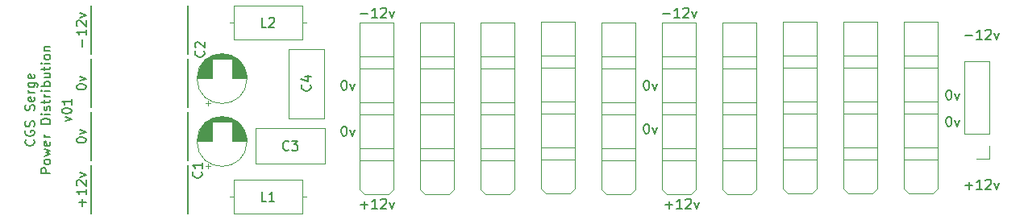
<source format=gto>
%TF.GenerationSoftware,KiCad,Pcbnew,(5.1.8-0-10_14)*%
%TF.CreationDate,2021-01-31T16:02:45+00:00*%
%TF.ProjectId,cgs-power-distrib,6367732d-706f-4776-9572-2d6469737472,v01*%
%TF.SameCoordinates,Original*%
%TF.FileFunction,Legend,Top*%
%TF.FilePolarity,Positive*%
%FSLAX46Y46*%
G04 Gerber Fmt 4.6, Leading zero omitted, Abs format (unit mm)*
G04 Created by KiCad (PCBNEW (5.1.8-0-10_14)) date 2021-01-31 16:02:45*
%MOMM*%
%LPD*%
G01*
G04 APERTURE LIST*
%ADD10C,0.150000*%
%ADD11C,0.120000*%
%ADD12C,0.203200*%
G04 APERTURE END LIST*
D10*
X110021714Y-90090476D02*
X110688380Y-89852380D01*
X110021714Y-89614285D01*
X109688380Y-89042857D02*
X109688380Y-88947619D01*
X109736000Y-88852380D01*
X109783619Y-88804761D01*
X109878857Y-88757142D01*
X110069333Y-88709523D01*
X110307428Y-88709523D01*
X110497904Y-88757142D01*
X110593142Y-88804761D01*
X110640761Y-88852380D01*
X110688380Y-88947619D01*
X110688380Y-89042857D01*
X110640761Y-89138095D01*
X110593142Y-89185714D01*
X110497904Y-89233333D01*
X110307428Y-89280952D01*
X110069333Y-89280952D01*
X109878857Y-89233333D01*
X109783619Y-89185714D01*
X109736000Y-89138095D01*
X109688380Y-89042857D01*
X110688380Y-87757142D02*
X110688380Y-88328571D01*
X110688380Y-88042857D02*
X109688380Y-88042857D01*
X109831238Y-88138095D01*
X109926476Y-88233333D01*
X109974095Y-88328571D01*
X106720142Y-92042857D02*
X106767761Y-92090476D01*
X106815380Y-92233333D01*
X106815380Y-92328571D01*
X106767761Y-92471428D01*
X106672523Y-92566666D01*
X106577285Y-92614285D01*
X106386809Y-92661904D01*
X106243952Y-92661904D01*
X106053476Y-92614285D01*
X105958238Y-92566666D01*
X105863000Y-92471428D01*
X105815380Y-92328571D01*
X105815380Y-92233333D01*
X105863000Y-92090476D01*
X105910619Y-92042857D01*
X105863000Y-91090476D02*
X105815380Y-91185714D01*
X105815380Y-91328571D01*
X105863000Y-91471428D01*
X105958238Y-91566666D01*
X106053476Y-91614285D01*
X106243952Y-91661904D01*
X106386809Y-91661904D01*
X106577285Y-91614285D01*
X106672523Y-91566666D01*
X106767761Y-91471428D01*
X106815380Y-91328571D01*
X106815380Y-91233333D01*
X106767761Y-91090476D01*
X106720142Y-91042857D01*
X106386809Y-91042857D01*
X106386809Y-91233333D01*
X106767761Y-90661904D02*
X106815380Y-90519047D01*
X106815380Y-90280952D01*
X106767761Y-90185714D01*
X106720142Y-90138095D01*
X106624904Y-90090476D01*
X106529666Y-90090476D01*
X106434428Y-90138095D01*
X106386809Y-90185714D01*
X106339190Y-90280952D01*
X106291571Y-90471428D01*
X106243952Y-90566666D01*
X106196333Y-90614285D01*
X106101095Y-90661904D01*
X106005857Y-90661904D01*
X105910619Y-90614285D01*
X105863000Y-90566666D01*
X105815380Y-90471428D01*
X105815380Y-90233333D01*
X105863000Y-90090476D01*
X106767761Y-88947619D02*
X106815380Y-88804761D01*
X106815380Y-88566666D01*
X106767761Y-88471428D01*
X106720142Y-88423809D01*
X106624904Y-88376190D01*
X106529666Y-88376190D01*
X106434428Y-88423809D01*
X106386809Y-88471428D01*
X106339190Y-88566666D01*
X106291571Y-88757142D01*
X106243952Y-88852380D01*
X106196333Y-88900000D01*
X106101095Y-88947619D01*
X106005857Y-88947619D01*
X105910619Y-88900000D01*
X105863000Y-88852380D01*
X105815380Y-88757142D01*
X105815380Y-88519047D01*
X105863000Y-88376190D01*
X106767761Y-87566666D02*
X106815380Y-87661904D01*
X106815380Y-87852380D01*
X106767761Y-87947619D01*
X106672523Y-87995238D01*
X106291571Y-87995238D01*
X106196333Y-87947619D01*
X106148714Y-87852380D01*
X106148714Y-87661904D01*
X106196333Y-87566666D01*
X106291571Y-87519047D01*
X106386809Y-87519047D01*
X106482047Y-87995238D01*
X106815380Y-87090476D02*
X106148714Y-87090476D01*
X106339190Y-87090476D02*
X106243952Y-87042857D01*
X106196333Y-86995238D01*
X106148714Y-86900000D01*
X106148714Y-86804761D01*
X106148714Y-86042857D02*
X106958238Y-86042857D01*
X107053476Y-86090476D01*
X107101095Y-86138095D01*
X107148714Y-86233333D01*
X107148714Y-86376190D01*
X107101095Y-86471428D01*
X106767761Y-86042857D02*
X106815380Y-86138095D01*
X106815380Y-86328571D01*
X106767761Y-86423809D01*
X106720142Y-86471428D01*
X106624904Y-86519047D01*
X106339190Y-86519047D01*
X106243952Y-86471428D01*
X106196333Y-86423809D01*
X106148714Y-86328571D01*
X106148714Y-86138095D01*
X106196333Y-86042857D01*
X106767761Y-85185714D02*
X106815380Y-85280952D01*
X106815380Y-85471428D01*
X106767761Y-85566666D01*
X106672523Y-85614285D01*
X106291571Y-85614285D01*
X106196333Y-85566666D01*
X106148714Y-85471428D01*
X106148714Y-85280952D01*
X106196333Y-85185714D01*
X106291571Y-85138095D01*
X106386809Y-85138095D01*
X106482047Y-85614285D01*
X108465380Y-95566666D02*
X107465380Y-95566666D01*
X107465380Y-95185714D01*
X107513000Y-95090476D01*
X107560619Y-95042857D01*
X107655857Y-94995238D01*
X107798714Y-94995238D01*
X107893952Y-95042857D01*
X107941571Y-95090476D01*
X107989190Y-95185714D01*
X107989190Y-95566666D01*
X108465380Y-94423809D02*
X108417761Y-94519047D01*
X108370142Y-94566666D01*
X108274904Y-94614285D01*
X107989190Y-94614285D01*
X107893952Y-94566666D01*
X107846333Y-94519047D01*
X107798714Y-94423809D01*
X107798714Y-94280952D01*
X107846333Y-94185714D01*
X107893952Y-94138095D01*
X107989190Y-94090476D01*
X108274904Y-94090476D01*
X108370142Y-94138095D01*
X108417761Y-94185714D01*
X108465380Y-94280952D01*
X108465380Y-94423809D01*
X107798714Y-93757142D02*
X108465380Y-93566666D01*
X107989190Y-93376190D01*
X108465380Y-93185714D01*
X107798714Y-92995238D01*
X108417761Y-92233333D02*
X108465380Y-92328571D01*
X108465380Y-92519047D01*
X108417761Y-92614285D01*
X108322523Y-92661904D01*
X107941571Y-92661904D01*
X107846333Y-92614285D01*
X107798714Y-92519047D01*
X107798714Y-92328571D01*
X107846333Y-92233333D01*
X107941571Y-92185714D01*
X108036809Y-92185714D01*
X108132047Y-92661904D01*
X108465380Y-91757142D02*
X107798714Y-91757142D01*
X107989190Y-91757142D02*
X107893952Y-91709523D01*
X107846333Y-91661904D01*
X107798714Y-91566666D01*
X107798714Y-91471428D01*
X108465380Y-90376190D02*
X107465380Y-90376190D01*
X107465380Y-90138095D01*
X107513000Y-89995238D01*
X107608238Y-89900000D01*
X107703476Y-89852380D01*
X107893952Y-89804761D01*
X108036809Y-89804761D01*
X108227285Y-89852380D01*
X108322523Y-89900000D01*
X108417761Y-89995238D01*
X108465380Y-90138095D01*
X108465380Y-90376190D01*
X108465380Y-89376190D02*
X107798714Y-89376190D01*
X107465380Y-89376190D02*
X107513000Y-89423809D01*
X107560619Y-89376190D01*
X107513000Y-89328571D01*
X107465380Y-89376190D01*
X107560619Y-89376190D01*
X108417761Y-88947619D02*
X108465380Y-88852380D01*
X108465380Y-88661904D01*
X108417761Y-88566666D01*
X108322523Y-88519047D01*
X108274904Y-88519047D01*
X108179666Y-88566666D01*
X108132047Y-88661904D01*
X108132047Y-88804761D01*
X108084428Y-88900000D01*
X107989190Y-88947619D01*
X107941571Y-88947619D01*
X107846333Y-88900000D01*
X107798714Y-88804761D01*
X107798714Y-88661904D01*
X107846333Y-88566666D01*
X107798714Y-88233333D02*
X107798714Y-87852380D01*
X107465380Y-88090476D02*
X108322523Y-88090476D01*
X108417761Y-88042857D01*
X108465380Y-87947619D01*
X108465380Y-87852380D01*
X108465380Y-87519047D02*
X107798714Y-87519047D01*
X107989190Y-87519047D02*
X107893952Y-87471428D01*
X107846333Y-87423809D01*
X107798714Y-87328571D01*
X107798714Y-87233333D01*
X108465380Y-86900000D02*
X107798714Y-86900000D01*
X107465380Y-86900000D02*
X107513000Y-86947619D01*
X107560619Y-86900000D01*
X107513000Y-86852380D01*
X107465380Y-86900000D01*
X107560619Y-86900000D01*
X108465380Y-86423809D02*
X107465380Y-86423809D01*
X107846333Y-86423809D02*
X107798714Y-86328571D01*
X107798714Y-86138095D01*
X107846333Y-86042857D01*
X107893952Y-85995238D01*
X107989190Y-85947619D01*
X108274904Y-85947619D01*
X108370142Y-85995238D01*
X108417761Y-86042857D01*
X108465380Y-86138095D01*
X108465380Y-86328571D01*
X108417761Y-86423809D01*
X107798714Y-85090476D02*
X108465380Y-85090476D01*
X107798714Y-85519047D02*
X108322523Y-85519047D01*
X108417761Y-85471428D01*
X108465380Y-85376190D01*
X108465380Y-85233333D01*
X108417761Y-85138095D01*
X108370142Y-85090476D01*
X107798714Y-84757142D02*
X107798714Y-84376190D01*
X107465380Y-84614285D02*
X108322523Y-84614285D01*
X108417761Y-84566666D01*
X108465380Y-84471428D01*
X108465380Y-84376190D01*
X108465380Y-84042857D02*
X107798714Y-84042857D01*
X107465380Y-84042857D02*
X107513000Y-84090476D01*
X107560619Y-84042857D01*
X107513000Y-83995238D01*
X107465380Y-84042857D01*
X107560619Y-84042857D01*
X108465380Y-83423809D02*
X108417761Y-83519047D01*
X108370142Y-83566666D01*
X108274904Y-83614285D01*
X107989190Y-83614285D01*
X107893952Y-83566666D01*
X107846333Y-83519047D01*
X107798714Y-83423809D01*
X107798714Y-83280952D01*
X107846333Y-83185714D01*
X107893952Y-83138095D01*
X107989190Y-83090476D01*
X108274904Y-83090476D01*
X108370142Y-83138095D01*
X108417761Y-83185714D01*
X108465380Y-83280952D01*
X108465380Y-83423809D01*
X107798714Y-82661904D02*
X108465380Y-82661904D01*
X107893952Y-82661904D02*
X107846333Y-82614285D01*
X107798714Y-82519047D01*
X107798714Y-82376190D01*
X107846333Y-82280952D01*
X107941571Y-82233333D01*
X108465380Y-82233333D01*
X202771428Y-89622380D02*
X202866666Y-89622380D01*
X202961904Y-89670000D01*
X203009523Y-89717619D01*
X203057142Y-89812857D01*
X203104761Y-90003333D01*
X203104761Y-90241428D01*
X203057142Y-90431904D01*
X203009523Y-90527142D01*
X202961904Y-90574761D01*
X202866666Y-90622380D01*
X202771428Y-90622380D01*
X202676190Y-90574761D01*
X202628571Y-90527142D01*
X202580952Y-90431904D01*
X202533333Y-90241428D01*
X202533333Y-90003333D01*
X202580952Y-89812857D01*
X202628571Y-89717619D01*
X202676190Y-89670000D01*
X202771428Y-89622380D01*
X203438095Y-89955714D02*
X203676190Y-90622380D01*
X203914285Y-89955714D01*
X202771428Y-86828380D02*
X202866666Y-86828380D01*
X202961904Y-86876000D01*
X203009523Y-86923619D01*
X203057142Y-87018857D01*
X203104761Y-87209333D01*
X203104761Y-87447428D01*
X203057142Y-87637904D01*
X203009523Y-87733142D01*
X202961904Y-87780761D01*
X202866666Y-87828380D01*
X202771428Y-87828380D01*
X202676190Y-87780761D01*
X202628571Y-87733142D01*
X202580952Y-87637904D01*
X202533333Y-87447428D01*
X202533333Y-87209333D01*
X202580952Y-87018857D01*
X202628571Y-86923619D01*
X202676190Y-86876000D01*
X202771428Y-86828380D01*
X203438095Y-87161714D02*
X203676190Y-87828380D01*
X203914285Y-87161714D01*
X171021428Y-90384380D02*
X171116666Y-90384380D01*
X171211904Y-90432000D01*
X171259523Y-90479619D01*
X171307142Y-90574857D01*
X171354761Y-90765333D01*
X171354761Y-91003428D01*
X171307142Y-91193904D01*
X171259523Y-91289142D01*
X171211904Y-91336761D01*
X171116666Y-91384380D01*
X171021428Y-91384380D01*
X170926190Y-91336761D01*
X170878571Y-91289142D01*
X170830952Y-91193904D01*
X170783333Y-91003428D01*
X170783333Y-90765333D01*
X170830952Y-90574857D01*
X170878571Y-90479619D01*
X170926190Y-90432000D01*
X171021428Y-90384380D01*
X171688095Y-90717714D02*
X171926190Y-91384380D01*
X172164285Y-90717714D01*
X171021428Y-85812380D02*
X171116666Y-85812380D01*
X171211904Y-85860000D01*
X171259523Y-85907619D01*
X171307142Y-86002857D01*
X171354761Y-86193333D01*
X171354761Y-86431428D01*
X171307142Y-86621904D01*
X171259523Y-86717142D01*
X171211904Y-86764761D01*
X171116666Y-86812380D01*
X171021428Y-86812380D01*
X170926190Y-86764761D01*
X170878571Y-86717142D01*
X170830952Y-86621904D01*
X170783333Y-86431428D01*
X170783333Y-86193333D01*
X170830952Y-86002857D01*
X170878571Y-85907619D01*
X170926190Y-85860000D01*
X171021428Y-85812380D01*
X171688095Y-86145714D02*
X171926190Y-86812380D01*
X172164285Y-86145714D01*
X139271428Y-90638380D02*
X139366666Y-90638380D01*
X139461904Y-90686000D01*
X139509523Y-90733619D01*
X139557142Y-90828857D01*
X139604761Y-91019333D01*
X139604761Y-91257428D01*
X139557142Y-91447904D01*
X139509523Y-91543142D01*
X139461904Y-91590761D01*
X139366666Y-91638380D01*
X139271428Y-91638380D01*
X139176190Y-91590761D01*
X139128571Y-91543142D01*
X139080952Y-91447904D01*
X139033333Y-91257428D01*
X139033333Y-91019333D01*
X139080952Y-90828857D01*
X139128571Y-90733619D01*
X139176190Y-90686000D01*
X139271428Y-90638380D01*
X139938095Y-90971714D02*
X140176190Y-91638380D01*
X140414285Y-90971714D01*
X139271428Y-85812380D02*
X139366666Y-85812380D01*
X139461904Y-85860000D01*
X139509523Y-85907619D01*
X139557142Y-86002857D01*
X139604761Y-86193333D01*
X139604761Y-86431428D01*
X139557142Y-86621904D01*
X139509523Y-86717142D01*
X139461904Y-86764761D01*
X139366666Y-86812380D01*
X139271428Y-86812380D01*
X139176190Y-86764761D01*
X139128571Y-86717142D01*
X139080952Y-86621904D01*
X139033333Y-86431428D01*
X139033333Y-86193333D01*
X139080952Y-86002857D01*
X139128571Y-85907619D01*
X139176190Y-85860000D01*
X139271428Y-85812380D01*
X139938095Y-86145714D02*
X140176190Y-86812380D01*
X140414285Y-86145714D01*
X204533714Y-96845428D02*
X205295619Y-96845428D01*
X204914666Y-97226380D02*
X204914666Y-96464476D01*
X206295619Y-97226380D02*
X205724190Y-97226380D01*
X206009904Y-97226380D02*
X206009904Y-96226380D01*
X205914666Y-96369238D01*
X205819428Y-96464476D01*
X205724190Y-96512095D01*
X206676571Y-96321619D02*
X206724190Y-96274000D01*
X206819428Y-96226380D01*
X207057523Y-96226380D01*
X207152761Y-96274000D01*
X207200380Y-96321619D01*
X207248000Y-96416857D01*
X207248000Y-96512095D01*
X207200380Y-96654952D01*
X206628952Y-97226380D01*
X207248000Y-97226380D01*
X207581333Y-96559714D02*
X207819428Y-97226380D01*
X208057523Y-96559714D01*
X173037714Y-98877428D02*
X173799619Y-98877428D01*
X173418666Y-99258380D02*
X173418666Y-98496476D01*
X174799619Y-99258380D02*
X174228190Y-99258380D01*
X174513904Y-99258380D02*
X174513904Y-98258380D01*
X174418666Y-98401238D01*
X174323428Y-98496476D01*
X174228190Y-98544095D01*
X175180571Y-98353619D02*
X175228190Y-98306000D01*
X175323428Y-98258380D01*
X175561523Y-98258380D01*
X175656761Y-98306000D01*
X175704380Y-98353619D01*
X175752000Y-98448857D01*
X175752000Y-98544095D01*
X175704380Y-98686952D01*
X175132952Y-99258380D01*
X175752000Y-99258380D01*
X176085333Y-98591714D02*
X176323428Y-99258380D01*
X176561523Y-98591714D01*
X141033714Y-98877428D02*
X141795619Y-98877428D01*
X141414666Y-99258380D02*
X141414666Y-98496476D01*
X142795619Y-99258380D02*
X142224190Y-99258380D01*
X142509904Y-99258380D02*
X142509904Y-98258380D01*
X142414666Y-98401238D01*
X142319428Y-98496476D01*
X142224190Y-98544095D01*
X143176571Y-98353619D02*
X143224190Y-98306000D01*
X143319428Y-98258380D01*
X143557523Y-98258380D01*
X143652761Y-98306000D01*
X143700380Y-98353619D01*
X143748000Y-98448857D01*
X143748000Y-98544095D01*
X143700380Y-98686952D01*
X143128952Y-99258380D01*
X143748000Y-99258380D01*
X144081333Y-98591714D02*
X144319428Y-99258380D01*
X144557523Y-98591714D01*
X204533714Y-81097428D02*
X205295619Y-81097428D01*
X206295619Y-81478380D02*
X205724190Y-81478380D01*
X206009904Y-81478380D02*
X206009904Y-80478380D01*
X205914666Y-80621238D01*
X205819428Y-80716476D01*
X205724190Y-80764095D01*
X206676571Y-80573619D02*
X206724190Y-80526000D01*
X206819428Y-80478380D01*
X207057523Y-80478380D01*
X207152761Y-80526000D01*
X207200380Y-80573619D01*
X207248000Y-80668857D01*
X207248000Y-80764095D01*
X207200380Y-80906952D01*
X206628952Y-81478380D01*
X207248000Y-81478380D01*
X207581333Y-80811714D02*
X207819428Y-81478380D01*
X208057523Y-80811714D01*
X172783714Y-78811428D02*
X173545619Y-78811428D01*
X174545619Y-79192380D02*
X173974190Y-79192380D01*
X174259904Y-79192380D02*
X174259904Y-78192380D01*
X174164666Y-78335238D01*
X174069428Y-78430476D01*
X173974190Y-78478095D01*
X174926571Y-78287619D02*
X174974190Y-78240000D01*
X175069428Y-78192380D01*
X175307523Y-78192380D01*
X175402761Y-78240000D01*
X175450380Y-78287619D01*
X175498000Y-78382857D01*
X175498000Y-78478095D01*
X175450380Y-78620952D01*
X174878952Y-79192380D01*
X175498000Y-79192380D01*
X175831333Y-78525714D02*
X176069428Y-79192380D01*
X176307523Y-78525714D01*
X141033714Y-78811428D02*
X141795619Y-78811428D01*
X142795619Y-79192380D02*
X142224190Y-79192380D01*
X142509904Y-79192380D02*
X142509904Y-78192380D01*
X142414666Y-78335238D01*
X142319428Y-78430476D01*
X142224190Y-78478095D01*
X143176571Y-78287619D02*
X143224190Y-78240000D01*
X143319428Y-78192380D01*
X143557523Y-78192380D01*
X143652761Y-78240000D01*
X143700380Y-78287619D01*
X143748000Y-78382857D01*
X143748000Y-78478095D01*
X143700380Y-78620952D01*
X143128952Y-79192380D01*
X143748000Y-79192380D01*
X144081333Y-78525714D02*
X144319428Y-79192380D01*
X144557523Y-78525714D01*
X111212380Y-92122571D02*
X111212380Y-92027333D01*
X111260000Y-91932095D01*
X111307619Y-91884476D01*
X111402857Y-91836857D01*
X111593333Y-91789238D01*
X111831428Y-91789238D01*
X112021904Y-91836857D01*
X112117142Y-91884476D01*
X112164761Y-91932095D01*
X112212380Y-92027333D01*
X112212380Y-92122571D01*
X112164761Y-92217809D01*
X112117142Y-92265428D01*
X112021904Y-92313047D01*
X111831428Y-92360666D01*
X111593333Y-92360666D01*
X111402857Y-92313047D01*
X111307619Y-92265428D01*
X111260000Y-92217809D01*
X111212380Y-92122571D01*
X111545714Y-91455904D02*
X112212380Y-91217809D01*
X111545714Y-90979714D01*
X111212380Y-86534571D02*
X111212380Y-86439333D01*
X111260000Y-86344095D01*
X111307619Y-86296476D01*
X111402857Y-86248857D01*
X111593333Y-86201238D01*
X111831428Y-86201238D01*
X112021904Y-86248857D01*
X112117142Y-86296476D01*
X112164761Y-86344095D01*
X112212380Y-86439333D01*
X112212380Y-86534571D01*
X112164761Y-86629809D01*
X112117142Y-86677428D01*
X112021904Y-86725047D01*
X111831428Y-86772666D01*
X111593333Y-86772666D01*
X111402857Y-86725047D01*
X111307619Y-86677428D01*
X111260000Y-86629809D01*
X111212380Y-86534571D01*
X111545714Y-85867904D02*
X112212380Y-85629809D01*
X111545714Y-85391714D01*
X111831428Y-98996285D02*
X111831428Y-98234380D01*
X112212380Y-98615333D02*
X111450476Y-98615333D01*
X112212380Y-97234380D02*
X112212380Y-97805809D01*
X112212380Y-97520095D02*
X111212380Y-97520095D01*
X111355238Y-97615333D01*
X111450476Y-97710571D01*
X111498095Y-97805809D01*
X111307619Y-96853428D02*
X111260000Y-96805809D01*
X111212380Y-96710571D01*
X111212380Y-96472476D01*
X111260000Y-96377238D01*
X111307619Y-96329619D01*
X111402857Y-96282000D01*
X111498095Y-96282000D01*
X111640952Y-96329619D01*
X112212380Y-96901047D01*
X112212380Y-96282000D01*
X111545714Y-95948666D02*
X112212380Y-95710571D01*
X111545714Y-95472476D01*
X111831428Y-82232285D02*
X111831428Y-81470380D01*
X112212380Y-80470380D02*
X112212380Y-81041809D01*
X112212380Y-80756095D02*
X111212380Y-80756095D01*
X111355238Y-80851333D01*
X111450476Y-80946571D01*
X111498095Y-81041809D01*
X111307619Y-80089428D02*
X111260000Y-80041809D01*
X111212380Y-79946571D01*
X111212380Y-79708476D01*
X111260000Y-79613238D01*
X111307619Y-79565619D01*
X111402857Y-79518000D01*
X111498095Y-79518000D01*
X111640952Y-79565619D01*
X112212380Y-80137047D01*
X112212380Y-79518000D01*
X111545714Y-79184666D02*
X112212380Y-78946571D01*
X111545714Y-78708476D01*
D11*
%TO.C,J4*%
X147320000Y-97282000D02*
X147320000Y-79756000D01*
X147320000Y-79756000D02*
X150876000Y-79756000D01*
X150876000Y-79756000D02*
X150876000Y-97282000D01*
X150876000Y-97282000D02*
X150368000Y-97790000D01*
X150368000Y-97790000D02*
X147828000Y-97790000D01*
X147828000Y-97790000D02*
X147320000Y-97282000D01*
X147320000Y-94234000D02*
X150876000Y-94234000D01*
X147320000Y-92964000D02*
X150876000Y-92964000D01*
X147320000Y-89408000D02*
X150876000Y-89408000D01*
X147320000Y-88138000D02*
X150876000Y-88138000D01*
X147320000Y-84582000D02*
X150876000Y-84582000D01*
X147320000Y-83312000D02*
X150876000Y-83312000D01*
%TO.C,J9*%
X140970000Y-97282000D02*
X140970000Y-79756000D01*
X140970000Y-79756000D02*
X144526000Y-79756000D01*
X144526000Y-79756000D02*
X144526000Y-97282000D01*
X144526000Y-97282000D02*
X144018000Y-97790000D01*
X144018000Y-97790000D02*
X141478000Y-97790000D01*
X141478000Y-97790000D02*
X140970000Y-97282000D01*
X140970000Y-94234000D02*
X144526000Y-94234000D01*
X140970000Y-92964000D02*
X144526000Y-92964000D01*
X140970000Y-89408000D02*
X144526000Y-89408000D01*
X140970000Y-88138000D02*
X144526000Y-88138000D01*
X140970000Y-84582000D02*
X144526000Y-84582000D01*
X140970000Y-83312000D02*
X144526000Y-83312000D01*
%TO.C,J2*%
X191770000Y-97204000D02*
X191770000Y-79678000D01*
X191770000Y-79678000D02*
X195326000Y-79678000D01*
X195326000Y-79678000D02*
X195326000Y-97204000D01*
X195326000Y-97204000D02*
X194818000Y-97712000D01*
X194818000Y-97712000D02*
X192278000Y-97712000D01*
X192278000Y-97712000D02*
X191770000Y-97204000D01*
X191770000Y-94156000D02*
X195326000Y-94156000D01*
X191770000Y-92886000D02*
X195326000Y-92886000D01*
X191770000Y-89330000D02*
X195326000Y-89330000D01*
X191770000Y-88060000D02*
X195326000Y-88060000D01*
X191770000Y-84504000D02*
X195326000Y-84504000D01*
X191770000Y-83234000D02*
X195326000Y-83234000D01*
%TO.C,J3*%
X153670000Y-97282000D02*
X153670000Y-79756000D01*
X153670000Y-79756000D02*
X157226000Y-79756000D01*
X157226000Y-79756000D02*
X157226000Y-97282000D01*
X157226000Y-97282000D02*
X156718000Y-97790000D01*
X156718000Y-97790000D02*
X154178000Y-97790000D01*
X154178000Y-97790000D02*
X153670000Y-97282000D01*
X153670000Y-94234000D02*
X157226000Y-94234000D01*
X153670000Y-92964000D02*
X157226000Y-92964000D01*
X153670000Y-89408000D02*
X157226000Y-89408000D01*
X153670000Y-88138000D02*
X157226000Y-88138000D01*
X153670000Y-84582000D02*
X157226000Y-84582000D01*
X153670000Y-83312000D02*
X157226000Y-83312000D01*
%TO.C,J5*%
X160020000Y-97204000D02*
X160020000Y-79678000D01*
X160020000Y-79678000D02*
X163576000Y-79678000D01*
X163576000Y-79678000D02*
X163576000Y-97204000D01*
X163576000Y-97204000D02*
X163068000Y-97712000D01*
X163068000Y-97712000D02*
X160528000Y-97712000D01*
X160528000Y-97712000D02*
X160020000Y-97204000D01*
X160020000Y-94156000D02*
X163576000Y-94156000D01*
X160020000Y-92886000D02*
X163576000Y-92886000D01*
X160020000Y-89330000D02*
X163576000Y-89330000D01*
X160020000Y-88060000D02*
X163576000Y-88060000D01*
X160020000Y-84504000D02*
X163576000Y-84504000D01*
X160020000Y-83234000D02*
X163576000Y-83234000D01*
%TO.C,J6*%
X166370000Y-97282000D02*
X166370000Y-79756000D01*
X166370000Y-79756000D02*
X169926000Y-79756000D01*
X169926000Y-79756000D02*
X169926000Y-97282000D01*
X169926000Y-97282000D02*
X169418000Y-97790000D01*
X169418000Y-97790000D02*
X166878000Y-97790000D01*
X166878000Y-97790000D02*
X166370000Y-97282000D01*
X166370000Y-94234000D02*
X169926000Y-94234000D01*
X166370000Y-92964000D02*
X169926000Y-92964000D01*
X166370000Y-89408000D02*
X169926000Y-89408000D01*
X166370000Y-88138000D02*
X169926000Y-88138000D01*
X166370000Y-84582000D02*
X169926000Y-84582000D01*
X166370000Y-83312000D02*
X169926000Y-83312000D01*
%TO.C,J7*%
X198120000Y-97204000D02*
X198120000Y-79678000D01*
X198120000Y-79678000D02*
X201676000Y-79678000D01*
X201676000Y-79678000D02*
X201676000Y-97204000D01*
X201676000Y-97204000D02*
X201168000Y-97712000D01*
X201168000Y-97712000D02*
X198628000Y-97712000D01*
X198628000Y-97712000D02*
X198120000Y-97204000D01*
X198120000Y-94156000D02*
X201676000Y-94156000D01*
X198120000Y-92886000D02*
X201676000Y-92886000D01*
X198120000Y-89330000D02*
X201676000Y-89330000D01*
X198120000Y-88060000D02*
X201676000Y-88060000D01*
X198120000Y-84504000D02*
X201676000Y-84504000D01*
X198120000Y-83234000D02*
X201676000Y-83234000D01*
%TO.C,J8*%
X172720000Y-97282000D02*
X172720000Y-79756000D01*
X172720000Y-79756000D02*
X176276000Y-79756000D01*
X176276000Y-79756000D02*
X176276000Y-97282000D01*
X176276000Y-97282000D02*
X175768000Y-97790000D01*
X175768000Y-97790000D02*
X173228000Y-97790000D01*
X173228000Y-97790000D02*
X172720000Y-97282000D01*
X172720000Y-94234000D02*
X176276000Y-94234000D01*
X172720000Y-92964000D02*
X176276000Y-92964000D01*
X172720000Y-89408000D02*
X176276000Y-89408000D01*
X172720000Y-88138000D02*
X176276000Y-88138000D01*
X172720000Y-84582000D02*
X176276000Y-84582000D01*
X172720000Y-83312000D02*
X176276000Y-83312000D01*
%TO.C,J10*%
X179070000Y-97282000D02*
X179070000Y-79756000D01*
X179070000Y-79756000D02*
X182626000Y-79756000D01*
X182626000Y-79756000D02*
X182626000Y-97282000D01*
X182626000Y-97282000D02*
X182118000Y-97790000D01*
X182118000Y-97790000D02*
X179578000Y-97790000D01*
X179578000Y-97790000D02*
X179070000Y-97282000D01*
X179070000Y-94234000D02*
X182626000Y-94234000D01*
X179070000Y-92964000D02*
X182626000Y-92964000D01*
X179070000Y-89408000D02*
X182626000Y-89408000D01*
X179070000Y-88138000D02*
X182626000Y-88138000D01*
X179070000Y-84582000D02*
X182626000Y-84582000D01*
X179070000Y-83312000D02*
X182626000Y-83312000D01*
%TO.C,J11*%
X185420000Y-97204000D02*
X185420000Y-79678000D01*
X185420000Y-79678000D02*
X188976000Y-79678000D01*
X188976000Y-79678000D02*
X188976000Y-97204000D01*
X188976000Y-97204000D02*
X188468000Y-97712000D01*
X188468000Y-97712000D02*
X185928000Y-97712000D01*
X185928000Y-97712000D02*
X185420000Y-97204000D01*
X185420000Y-94156000D02*
X188976000Y-94156000D01*
X185420000Y-92886000D02*
X188976000Y-92886000D01*
X185420000Y-89330000D02*
X188976000Y-89330000D01*
X185420000Y-88060000D02*
X188976000Y-88060000D01*
X185420000Y-84504000D02*
X188976000Y-84504000D01*
X185420000Y-83234000D02*
X188976000Y-83234000D01*
%TO.C,C1*%
X129112000Y-92218000D02*
G75*
G03*
X129112000Y-92218000I-2620000J0D01*
G01*
X127532000Y-92218000D02*
X129072000Y-92218000D01*
X123912000Y-92218000D02*
X125452000Y-92218000D01*
X127532000Y-92178000D02*
X129072000Y-92178000D01*
X123912000Y-92178000D02*
X125452000Y-92178000D01*
X123913000Y-92138000D02*
X125452000Y-92138000D01*
X127532000Y-92138000D02*
X129071000Y-92138000D01*
X123914000Y-92098000D02*
X125452000Y-92098000D01*
X127532000Y-92098000D02*
X129070000Y-92098000D01*
X123916000Y-92058000D02*
X125452000Y-92058000D01*
X127532000Y-92058000D02*
X129068000Y-92058000D01*
X123919000Y-92018000D02*
X125452000Y-92018000D01*
X127532000Y-92018000D02*
X129065000Y-92018000D01*
X123923000Y-91978000D02*
X125452000Y-91978000D01*
X127532000Y-91978000D02*
X129061000Y-91978000D01*
X123927000Y-91938000D02*
X125452000Y-91938000D01*
X127532000Y-91938000D02*
X129057000Y-91938000D01*
X123931000Y-91898000D02*
X125452000Y-91898000D01*
X127532000Y-91898000D02*
X129053000Y-91898000D01*
X123936000Y-91858000D02*
X125452000Y-91858000D01*
X127532000Y-91858000D02*
X129048000Y-91858000D01*
X123942000Y-91818000D02*
X125452000Y-91818000D01*
X127532000Y-91818000D02*
X129042000Y-91818000D01*
X123949000Y-91778000D02*
X125452000Y-91778000D01*
X127532000Y-91778000D02*
X129035000Y-91778000D01*
X123956000Y-91738000D02*
X125452000Y-91738000D01*
X127532000Y-91738000D02*
X129028000Y-91738000D01*
X123964000Y-91698000D02*
X125452000Y-91698000D01*
X127532000Y-91698000D02*
X129020000Y-91698000D01*
X123972000Y-91658000D02*
X125452000Y-91658000D01*
X127532000Y-91658000D02*
X129012000Y-91658000D01*
X123981000Y-91618000D02*
X125452000Y-91618000D01*
X127532000Y-91618000D02*
X129003000Y-91618000D01*
X123991000Y-91578000D02*
X125452000Y-91578000D01*
X127532000Y-91578000D02*
X128993000Y-91578000D01*
X124001000Y-91538000D02*
X125452000Y-91538000D01*
X127532000Y-91538000D02*
X128983000Y-91538000D01*
X124012000Y-91497000D02*
X125452000Y-91497000D01*
X127532000Y-91497000D02*
X128972000Y-91497000D01*
X124024000Y-91457000D02*
X125452000Y-91457000D01*
X127532000Y-91457000D02*
X128960000Y-91457000D01*
X124037000Y-91417000D02*
X125452000Y-91417000D01*
X127532000Y-91417000D02*
X128947000Y-91417000D01*
X124050000Y-91377000D02*
X125452000Y-91377000D01*
X127532000Y-91377000D02*
X128934000Y-91377000D01*
X124064000Y-91337000D02*
X125452000Y-91337000D01*
X127532000Y-91337000D02*
X128920000Y-91337000D01*
X124078000Y-91297000D02*
X125452000Y-91297000D01*
X127532000Y-91297000D02*
X128906000Y-91297000D01*
X124094000Y-91257000D02*
X125452000Y-91257000D01*
X127532000Y-91257000D02*
X128890000Y-91257000D01*
X124110000Y-91217000D02*
X125452000Y-91217000D01*
X127532000Y-91217000D02*
X128874000Y-91217000D01*
X124127000Y-91177000D02*
X125452000Y-91177000D01*
X127532000Y-91177000D02*
X128857000Y-91177000D01*
X124144000Y-91137000D02*
X125452000Y-91137000D01*
X127532000Y-91137000D02*
X128840000Y-91137000D01*
X124163000Y-91097000D02*
X125452000Y-91097000D01*
X127532000Y-91097000D02*
X128821000Y-91097000D01*
X124182000Y-91057000D02*
X125452000Y-91057000D01*
X127532000Y-91057000D02*
X128802000Y-91057000D01*
X124202000Y-91017000D02*
X125452000Y-91017000D01*
X127532000Y-91017000D02*
X128782000Y-91017000D01*
X124224000Y-90977000D02*
X125452000Y-90977000D01*
X127532000Y-90977000D02*
X128760000Y-90977000D01*
X124245000Y-90937000D02*
X125452000Y-90937000D01*
X127532000Y-90937000D02*
X128739000Y-90937000D01*
X124268000Y-90897000D02*
X125452000Y-90897000D01*
X127532000Y-90897000D02*
X128716000Y-90897000D01*
X124292000Y-90857000D02*
X125452000Y-90857000D01*
X127532000Y-90857000D02*
X128692000Y-90857000D01*
X124317000Y-90817000D02*
X125452000Y-90817000D01*
X127532000Y-90817000D02*
X128667000Y-90817000D01*
X124343000Y-90777000D02*
X125452000Y-90777000D01*
X127532000Y-90777000D02*
X128641000Y-90777000D01*
X124370000Y-90737000D02*
X125452000Y-90737000D01*
X127532000Y-90737000D02*
X128614000Y-90737000D01*
X124397000Y-90697000D02*
X125452000Y-90697000D01*
X127532000Y-90697000D02*
X128587000Y-90697000D01*
X124427000Y-90657000D02*
X125452000Y-90657000D01*
X127532000Y-90657000D02*
X128557000Y-90657000D01*
X124457000Y-90617000D02*
X125452000Y-90617000D01*
X127532000Y-90617000D02*
X128527000Y-90617000D01*
X124488000Y-90577000D02*
X125452000Y-90577000D01*
X127532000Y-90577000D02*
X128496000Y-90577000D01*
X124521000Y-90537000D02*
X125452000Y-90537000D01*
X127532000Y-90537000D02*
X128463000Y-90537000D01*
X124555000Y-90497000D02*
X125452000Y-90497000D01*
X127532000Y-90497000D02*
X128429000Y-90497000D01*
X124591000Y-90457000D02*
X125452000Y-90457000D01*
X127532000Y-90457000D02*
X128393000Y-90457000D01*
X124628000Y-90417000D02*
X125452000Y-90417000D01*
X127532000Y-90417000D02*
X128356000Y-90417000D01*
X124666000Y-90377000D02*
X125452000Y-90377000D01*
X127532000Y-90377000D02*
X128318000Y-90377000D01*
X124707000Y-90337000D02*
X125452000Y-90337000D01*
X127532000Y-90337000D02*
X128277000Y-90337000D01*
X124749000Y-90297000D02*
X125452000Y-90297000D01*
X127532000Y-90297000D02*
X128235000Y-90297000D01*
X124793000Y-90257000D02*
X125452000Y-90257000D01*
X127532000Y-90257000D02*
X128191000Y-90257000D01*
X124839000Y-90217000D02*
X125452000Y-90217000D01*
X127532000Y-90217000D02*
X128145000Y-90217000D01*
X124887000Y-90177000D02*
X128097000Y-90177000D01*
X124938000Y-90137000D02*
X128046000Y-90137000D01*
X124992000Y-90097000D02*
X127992000Y-90097000D01*
X125049000Y-90057000D02*
X127935000Y-90057000D01*
X125109000Y-90017000D02*
X127875000Y-90017000D01*
X125173000Y-89977000D02*
X127811000Y-89977000D01*
X125241000Y-89937000D02*
X127743000Y-89937000D01*
X125314000Y-89897000D02*
X127670000Y-89897000D01*
X125394000Y-89857000D02*
X127590000Y-89857000D01*
X125481000Y-89817000D02*
X127503000Y-89817000D01*
X125577000Y-89777000D02*
X127407000Y-89777000D01*
X125687000Y-89737000D02*
X127297000Y-89737000D01*
X125815000Y-89697000D02*
X127169000Y-89697000D01*
X125974000Y-89657000D02*
X127010000Y-89657000D01*
X126208000Y-89617000D02*
X126776000Y-89617000D01*
X125017000Y-95022775D02*
X125017000Y-94522775D01*
X124767000Y-94772775D02*
X125267000Y-94772775D01*
%TO.C,C2*%
X124767000Y-88168775D02*
X125267000Y-88168775D01*
X125017000Y-88418775D02*
X125017000Y-87918775D01*
X126208000Y-83013000D02*
X126776000Y-83013000D01*
X125974000Y-83053000D02*
X127010000Y-83053000D01*
X125815000Y-83093000D02*
X127169000Y-83093000D01*
X125687000Y-83133000D02*
X127297000Y-83133000D01*
X125577000Y-83173000D02*
X127407000Y-83173000D01*
X125481000Y-83213000D02*
X127503000Y-83213000D01*
X125394000Y-83253000D02*
X127590000Y-83253000D01*
X125314000Y-83293000D02*
X127670000Y-83293000D01*
X125241000Y-83333000D02*
X127743000Y-83333000D01*
X125173000Y-83373000D02*
X127811000Y-83373000D01*
X125109000Y-83413000D02*
X127875000Y-83413000D01*
X125049000Y-83453000D02*
X127935000Y-83453000D01*
X124992000Y-83493000D02*
X127992000Y-83493000D01*
X124938000Y-83533000D02*
X128046000Y-83533000D01*
X124887000Y-83573000D02*
X128097000Y-83573000D01*
X127532000Y-83613000D02*
X128145000Y-83613000D01*
X124839000Y-83613000D02*
X125452000Y-83613000D01*
X127532000Y-83653000D02*
X128191000Y-83653000D01*
X124793000Y-83653000D02*
X125452000Y-83653000D01*
X127532000Y-83693000D02*
X128235000Y-83693000D01*
X124749000Y-83693000D02*
X125452000Y-83693000D01*
X127532000Y-83733000D02*
X128277000Y-83733000D01*
X124707000Y-83733000D02*
X125452000Y-83733000D01*
X127532000Y-83773000D02*
X128318000Y-83773000D01*
X124666000Y-83773000D02*
X125452000Y-83773000D01*
X127532000Y-83813000D02*
X128356000Y-83813000D01*
X124628000Y-83813000D02*
X125452000Y-83813000D01*
X127532000Y-83853000D02*
X128393000Y-83853000D01*
X124591000Y-83853000D02*
X125452000Y-83853000D01*
X127532000Y-83893000D02*
X128429000Y-83893000D01*
X124555000Y-83893000D02*
X125452000Y-83893000D01*
X127532000Y-83933000D02*
X128463000Y-83933000D01*
X124521000Y-83933000D02*
X125452000Y-83933000D01*
X127532000Y-83973000D02*
X128496000Y-83973000D01*
X124488000Y-83973000D02*
X125452000Y-83973000D01*
X127532000Y-84013000D02*
X128527000Y-84013000D01*
X124457000Y-84013000D02*
X125452000Y-84013000D01*
X127532000Y-84053000D02*
X128557000Y-84053000D01*
X124427000Y-84053000D02*
X125452000Y-84053000D01*
X127532000Y-84093000D02*
X128587000Y-84093000D01*
X124397000Y-84093000D02*
X125452000Y-84093000D01*
X127532000Y-84133000D02*
X128614000Y-84133000D01*
X124370000Y-84133000D02*
X125452000Y-84133000D01*
X127532000Y-84173000D02*
X128641000Y-84173000D01*
X124343000Y-84173000D02*
X125452000Y-84173000D01*
X127532000Y-84213000D02*
X128667000Y-84213000D01*
X124317000Y-84213000D02*
X125452000Y-84213000D01*
X127532000Y-84253000D02*
X128692000Y-84253000D01*
X124292000Y-84253000D02*
X125452000Y-84253000D01*
X127532000Y-84293000D02*
X128716000Y-84293000D01*
X124268000Y-84293000D02*
X125452000Y-84293000D01*
X127532000Y-84333000D02*
X128739000Y-84333000D01*
X124245000Y-84333000D02*
X125452000Y-84333000D01*
X127532000Y-84373000D02*
X128760000Y-84373000D01*
X124224000Y-84373000D02*
X125452000Y-84373000D01*
X127532000Y-84413000D02*
X128782000Y-84413000D01*
X124202000Y-84413000D02*
X125452000Y-84413000D01*
X127532000Y-84453000D02*
X128802000Y-84453000D01*
X124182000Y-84453000D02*
X125452000Y-84453000D01*
X127532000Y-84493000D02*
X128821000Y-84493000D01*
X124163000Y-84493000D02*
X125452000Y-84493000D01*
X127532000Y-84533000D02*
X128840000Y-84533000D01*
X124144000Y-84533000D02*
X125452000Y-84533000D01*
X127532000Y-84573000D02*
X128857000Y-84573000D01*
X124127000Y-84573000D02*
X125452000Y-84573000D01*
X127532000Y-84613000D02*
X128874000Y-84613000D01*
X124110000Y-84613000D02*
X125452000Y-84613000D01*
X127532000Y-84653000D02*
X128890000Y-84653000D01*
X124094000Y-84653000D02*
X125452000Y-84653000D01*
X127532000Y-84693000D02*
X128906000Y-84693000D01*
X124078000Y-84693000D02*
X125452000Y-84693000D01*
X127532000Y-84733000D02*
X128920000Y-84733000D01*
X124064000Y-84733000D02*
X125452000Y-84733000D01*
X127532000Y-84773000D02*
X128934000Y-84773000D01*
X124050000Y-84773000D02*
X125452000Y-84773000D01*
X127532000Y-84813000D02*
X128947000Y-84813000D01*
X124037000Y-84813000D02*
X125452000Y-84813000D01*
X127532000Y-84853000D02*
X128960000Y-84853000D01*
X124024000Y-84853000D02*
X125452000Y-84853000D01*
X127532000Y-84893000D02*
X128972000Y-84893000D01*
X124012000Y-84893000D02*
X125452000Y-84893000D01*
X127532000Y-84934000D02*
X128983000Y-84934000D01*
X124001000Y-84934000D02*
X125452000Y-84934000D01*
X127532000Y-84974000D02*
X128993000Y-84974000D01*
X123991000Y-84974000D02*
X125452000Y-84974000D01*
X127532000Y-85014000D02*
X129003000Y-85014000D01*
X123981000Y-85014000D02*
X125452000Y-85014000D01*
X127532000Y-85054000D02*
X129012000Y-85054000D01*
X123972000Y-85054000D02*
X125452000Y-85054000D01*
X127532000Y-85094000D02*
X129020000Y-85094000D01*
X123964000Y-85094000D02*
X125452000Y-85094000D01*
X127532000Y-85134000D02*
X129028000Y-85134000D01*
X123956000Y-85134000D02*
X125452000Y-85134000D01*
X127532000Y-85174000D02*
X129035000Y-85174000D01*
X123949000Y-85174000D02*
X125452000Y-85174000D01*
X127532000Y-85214000D02*
X129042000Y-85214000D01*
X123942000Y-85214000D02*
X125452000Y-85214000D01*
X127532000Y-85254000D02*
X129048000Y-85254000D01*
X123936000Y-85254000D02*
X125452000Y-85254000D01*
X127532000Y-85294000D02*
X129053000Y-85294000D01*
X123931000Y-85294000D02*
X125452000Y-85294000D01*
X127532000Y-85334000D02*
X129057000Y-85334000D01*
X123927000Y-85334000D02*
X125452000Y-85334000D01*
X127532000Y-85374000D02*
X129061000Y-85374000D01*
X123923000Y-85374000D02*
X125452000Y-85374000D01*
X127532000Y-85414000D02*
X129065000Y-85414000D01*
X123919000Y-85414000D02*
X125452000Y-85414000D01*
X127532000Y-85454000D02*
X129068000Y-85454000D01*
X123916000Y-85454000D02*
X125452000Y-85454000D01*
X127532000Y-85494000D02*
X129070000Y-85494000D01*
X123914000Y-85494000D02*
X125452000Y-85494000D01*
X127532000Y-85534000D02*
X129071000Y-85534000D01*
X123913000Y-85534000D02*
X125452000Y-85534000D01*
X123912000Y-85574000D02*
X125452000Y-85574000D01*
X127532000Y-85574000D02*
X129072000Y-85574000D01*
X123912000Y-85614000D02*
X125452000Y-85614000D01*
X127532000Y-85614000D02*
X129072000Y-85614000D01*
X129112000Y-85614000D02*
G75*
G03*
X129112000Y-85614000I-2620000J0D01*
G01*
%TO.C,C3*%
X137264000Y-94580000D02*
X130024000Y-94580000D01*
X137264000Y-90840000D02*
X130024000Y-90840000D01*
X137264000Y-94580000D02*
X137264000Y-90840000D01*
X130024000Y-94580000D02*
X130024000Y-90840000D01*
%TO.C,C4*%
X133512000Y-82526000D02*
X137252000Y-82526000D01*
X133512000Y-89766000D02*
X137252000Y-89766000D01*
X137252000Y-89766000D02*
X137252000Y-82526000D01*
X133512000Y-89766000D02*
X133512000Y-82526000D01*
D12*
%TO.C,J1*%
X122936000Y-89154000D02*
X122936000Y-94234000D01*
X112776000Y-89154000D02*
X112776000Y-94234000D01*
X112776000Y-94742000D02*
X112776000Y-99822000D01*
X122936000Y-94742000D02*
X122936000Y-99822000D01*
X112776000Y-77978000D02*
X112776000Y-83058000D01*
X122936000Y-77978000D02*
X122936000Y-83058000D01*
X122936000Y-83566000D02*
X122936000Y-88646000D01*
X112776000Y-83566000D02*
X112776000Y-88646000D01*
D11*
%TO.C,L1*%
X127698000Y-96274000D02*
X127698000Y-99814000D01*
X127698000Y-99814000D02*
X134938000Y-99814000D01*
X134938000Y-99814000D02*
X134938000Y-96274000D01*
X134938000Y-96274000D02*
X127698000Y-96274000D01*
X127278000Y-98044000D02*
X127698000Y-98044000D01*
X135358000Y-98044000D02*
X134938000Y-98044000D01*
%TO.C,L2*%
X135358000Y-79756000D02*
X134938000Y-79756000D01*
X127278000Y-79756000D02*
X127698000Y-79756000D01*
X134938000Y-77986000D02*
X127698000Y-77986000D01*
X134938000Y-81526000D02*
X134938000Y-77986000D01*
X127698000Y-81526000D02*
X134938000Y-81526000D01*
X127698000Y-77986000D02*
X127698000Y-81526000D01*
%TO.C,J12*%
X207070000Y-83760000D02*
X204410000Y-83760000D01*
X207070000Y-91440000D02*
X207070000Y-83760000D01*
X204410000Y-91440000D02*
X204410000Y-83760000D01*
X207070000Y-91440000D02*
X204410000Y-91440000D01*
X207070000Y-92710000D02*
X207070000Y-94040000D01*
X207070000Y-94040000D02*
X205740000Y-94040000D01*
%TO.C,C1*%
D10*
X124309142Y-95416666D02*
X124356761Y-95464285D01*
X124404380Y-95607142D01*
X124404380Y-95702380D01*
X124356761Y-95845238D01*
X124261523Y-95940476D01*
X124166285Y-95988095D01*
X123975809Y-96035714D01*
X123832952Y-96035714D01*
X123642476Y-95988095D01*
X123547238Y-95940476D01*
X123452000Y-95845238D01*
X123404380Y-95702380D01*
X123404380Y-95607142D01*
X123452000Y-95464285D01*
X123499619Y-95416666D01*
X124404380Y-94464285D02*
X124404380Y-95035714D01*
X124404380Y-94750000D02*
X123404380Y-94750000D01*
X123547238Y-94845238D01*
X123642476Y-94940476D01*
X123690095Y-95035714D01*
%TO.C,C2*%
X124563142Y-82716666D02*
X124610761Y-82764285D01*
X124658380Y-82907142D01*
X124658380Y-83002380D01*
X124610761Y-83145238D01*
X124515523Y-83240476D01*
X124420285Y-83288095D01*
X124229809Y-83335714D01*
X124086952Y-83335714D01*
X123896476Y-83288095D01*
X123801238Y-83240476D01*
X123706000Y-83145238D01*
X123658380Y-83002380D01*
X123658380Y-82907142D01*
X123706000Y-82764285D01*
X123753619Y-82716666D01*
X123753619Y-82335714D02*
X123706000Y-82288095D01*
X123658380Y-82192857D01*
X123658380Y-81954761D01*
X123706000Y-81859523D01*
X123753619Y-81811904D01*
X123848857Y-81764285D01*
X123944095Y-81764285D01*
X124086952Y-81811904D01*
X124658380Y-82383333D01*
X124658380Y-81764285D01*
%TO.C,C3*%
X133477333Y-93067142D02*
X133429714Y-93114761D01*
X133286857Y-93162380D01*
X133191619Y-93162380D01*
X133048761Y-93114761D01*
X132953523Y-93019523D01*
X132905904Y-92924285D01*
X132858285Y-92733809D01*
X132858285Y-92590952D01*
X132905904Y-92400476D01*
X132953523Y-92305238D01*
X133048761Y-92210000D01*
X133191619Y-92162380D01*
X133286857Y-92162380D01*
X133429714Y-92210000D01*
X133477333Y-92257619D01*
X133810666Y-92162380D02*
X134429714Y-92162380D01*
X134096380Y-92543333D01*
X134239238Y-92543333D01*
X134334476Y-92590952D01*
X134382095Y-92638571D01*
X134429714Y-92733809D01*
X134429714Y-92971904D01*
X134382095Y-93067142D01*
X134334476Y-93114761D01*
X134239238Y-93162380D01*
X133953523Y-93162380D01*
X133858285Y-93114761D01*
X133810666Y-93067142D01*
%TO.C,C4*%
X135739142Y-86272666D02*
X135786761Y-86320285D01*
X135834380Y-86463142D01*
X135834380Y-86558380D01*
X135786761Y-86701238D01*
X135691523Y-86796476D01*
X135596285Y-86844095D01*
X135405809Y-86891714D01*
X135262952Y-86891714D01*
X135072476Y-86844095D01*
X134977238Y-86796476D01*
X134882000Y-86701238D01*
X134834380Y-86558380D01*
X134834380Y-86463142D01*
X134882000Y-86320285D01*
X134929619Y-86272666D01*
X135167714Y-85415523D02*
X135834380Y-85415523D01*
X134786761Y-85653619D02*
X135501047Y-85891714D01*
X135501047Y-85272666D01*
%TO.C,L1*%
X131151333Y-98496380D02*
X130675142Y-98496380D01*
X130675142Y-97496380D01*
X132008476Y-98496380D02*
X131437047Y-98496380D01*
X131722761Y-98496380D02*
X131722761Y-97496380D01*
X131627523Y-97639238D01*
X131532285Y-97734476D01*
X131437047Y-97782095D01*
%TO.C,L2*%
X131151333Y-80208380D02*
X130675142Y-80208380D01*
X130675142Y-79208380D01*
X131437047Y-79303619D02*
X131484666Y-79256000D01*
X131579904Y-79208380D01*
X131818000Y-79208380D01*
X131913238Y-79256000D01*
X131960857Y-79303619D01*
X132008476Y-79398857D01*
X132008476Y-79494095D01*
X131960857Y-79636952D01*
X131389428Y-80208380D01*
X132008476Y-80208380D01*
%TD*%
M02*

</source>
